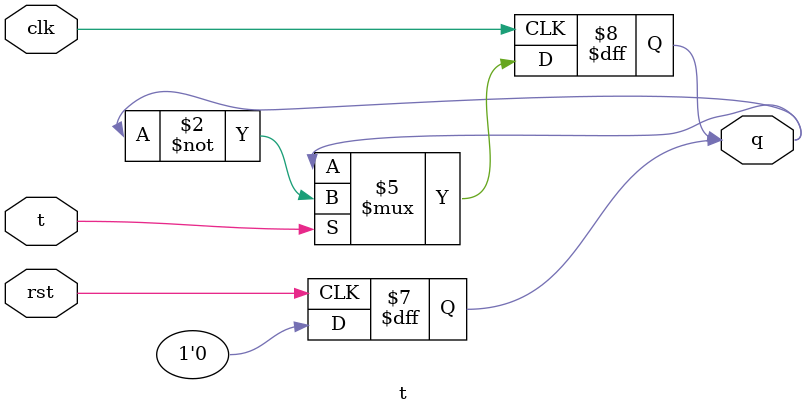
<source format=v>
module t (
    input wire clk,
    input wire t,
    input wire rst,
    output reg q
);

always @(posedge clk) begin
    
    case (t)
        1'b0: q=q;
        default: q=~q;
    endcase

end

always @(posedge rst) begin
    q=0;
end


endmodule
</source>
